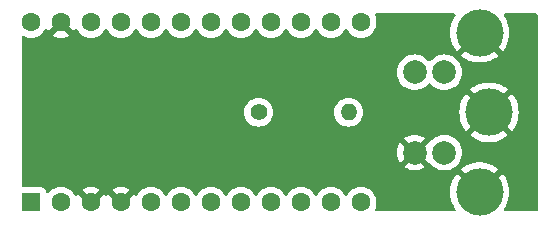
<source format=gbl>
%TF.GenerationSoftware,KiCad,Pcbnew,(6.0.4-0)*%
%TF.CreationDate,2022-04-07T00:05:43-04:00*%
%TF.ProjectId,adb-usb-converter,6164622d-7573-4622-9d63-6f6e76657274,rev?*%
%TF.SameCoordinates,Original*%
%TF.FileFunction,Copper,L2,Bot*%
%TF.FilePolarity,Positive*%
%FSLAX46Y46*%
G04 Gerber Fmt 4.6, Leading zero omitted, Abs format (unit mm)*
G04 Created by KiCad (PCBNEW (6.0.4-0)) date 2022-04-07 00:05:43*
%MOMM*%
%LPD*%
G01*
G04 APERTURE LIST*
%TA.AperFunction,ComponentPad*%
%ADD10C,2.000000*%
%TD*%
%TA.AperFunction,ComponentPad*%
%ADD11C,4.000000*%
%TD*%
%TA.AperFunction,ComponentPad*%
%ADD12C,1.600000*%
%TD*%
%TA.AperFunction,ComponentPad*%
%ADD13R,1.600000X1.600000*%
%TD*%
%TA.AperFunction,ComponentPad*%
%ADD14O,1.400000X1.400000*%
%TD*%
%TA.AperFunction,ComponentPad*%
%ADD15C,1.400000*%
%TD*%
G04 APERTURE END LIST*
D10*
%TO.P,J1,5*%
%TO.N,GND*%
X139450000Y-3400000D03*
%TO.P,J1,3*%
%TO.N,VCC*%
X139450000Y3400000D03*
%TO.P,J1,4*%
%TO.N,Net-(J1-Pad4)*%
X141950000Y-3400000D03*
%TO.P,J1,2*%
%TO.N,/ADB*%
X141950000Y3400000D03*
D11*
%TO.P,J1,1*%
%TO.N,GND*%
X145750000Y0D03*
X144950000Y-6750000D03*
X144950000Y6750000D03*
%TD*%
D12*
%TO.P,U1,24*%
%TO.N,Net-(U1-Pad24)*%
X106965001Y7620000D03*
%TO.P,U1,23*%
%TO.N,GND*%
X109505001Y7620000D03*
%TO.P,U1,22*%
%TO.N,Net-(U1-Pad22)*%
X112045001Y7620000D03*
%TO.P,U1,21*%
%TO.N,VCC*%
X114585001Y7620000D03*
%TO.P,U1,20*%
%TO.N,Net-(U1-Pad20)*%
X117125001Y7620000D03*
%TO.P,U1,19*%
%TO.N,Net-(U1-Pad19)*%
X119665001Y7620000D03*
%TO.P,U1,18*%
%TO.N,Net-(U1-Pad18)*%
X122205001Y7620000D03*
%TO.P,U1,17*%
%TO.N,Net-(U1-Pad17)*%
X124745001Y7620000D03*
%TO.P,U1,16*%
%TO.N,Net-(U1-Pad16)*%
X127285001Y7620000D03*
%TO.P,U1,15*%
%TO.N,Net-(U1-Pad15)*%
X129825001Y7620000D03*
%TO.P,U1,14*%
%TO.N,Net-(U1-Pad14)*%
X132365001Y7620000D03*
%TO.P,U1,13*%
%TO.N,Net-(U1-Pad13)*%
X134905001Y7620000D03*
%TO.P,U1,12*%
%TO.N,Net-(U1-Pad12)*%
X134905001Y-7620000D03*
%TO.P,U1,11*%
%TO.N,Net-(U1-Pad11)*%
X132365001Y-7620000D03*
%TO.P,U1,10*%
%TO.N,Net-(U1-Pad10)*%
X129825001Y-7620000D03*
%TO.P,U1,9*%
%TO.N,Net-(U1-Pad9)*%
X127285001Y-7620000D03*
%TO.P,U1,8*%
%TO.N,Net-(U1-Pad8)*%
X124745001Y-7620000D03*
%TO.P,U1,7*%
%TO.N,Net-(U1-Pad7)*%
X122205001Y-7620000D03*
%TO.P,U1,6*%
%TO.N,/ADB*%
X119665001Y-7620000D03*
%TO.P,U1,5*%
%TO.N,Net-(U1-Pad5)*%
X117125001Y-7620000D03*
%TO.P,U1,4*%
%TO.N,GND*%
X114585001Y-7620000D03*
%TO.P,U1,3*%
X112045001Y-7620000D03*
%TO.P,U1,2*%
%TO.N,Net-(U1-Pad2)*%
X109505001Y-7620000D03*
D13*
%TO.P,U1,1*%
%TO.N,Net-(U1-Pad1)*%
X106965001Y-7620000D03*
%TD*%
D14*
%TO.P,R1,2*%
%TO.N,/ADB*%
X133858000Y0D03*
D15*
%TO.P,R1,1*%
%TO.N,VCC*%
X126238000Y0D03*
%TD*%
%TA.AperFunction,Conductor*%
%TO.N,GND*%
G36*
X142853899Y8361498D02*
G01*
X142900392Y8307842D01*
X142910496Y8237568D01*
X142892163Y8187986D01*
X142750001Y7963974D01*
X142746189Y7957041D01*
X142615199Y7678672D01*
X142612284Y7671309D01*
X142517217Y7378723D01*
X142515246Y7371046D01*
X142457600Y7068855D01*
X142456607Y7060994D01*
X142437290Y6753958D01*
X142437290Y6746042D01*
X142456607Y6439006D01*
X142457600Y6431145D01*
X142515246Y6128954D01*
X142517217Y6121277D01*
X142612284Y5828691D01*
X142615199Y5821328D01*
X142746189Y5542959D01*
X142750001Y5536026D01*
X142914851Y5276264D01*
X142919495Y5269871D01*
X142994497Y5179210D01*
X143007014Y5170755D01*
X143017752Y5176962D01*
X144860905Y7020115D01*
X144923217Y7054141D01*
X144994032Y7049076D01*
X145039095Y7020115D01*
X146881145Y5178065D01*
X146894407Y5170823D01*
X146904512Y5178012D01*
X146980505Y5269871D01*
X146985149Y5276264D01*
X147149999Y5536026D01*
X147153811Y5542959D01*
X147284801Y5821328D01*
X147287716Y5828691D01*
X147382783Y6121277D01*
X147384754Y6128954D01*
X147442400Y6431145D01*
X147443393Y6439006D01*
X147462710Y6746042D01*
X147462710Y6753958D01*
X147443393Y7060994D01*
X147442400Y7068855D01*
X147384754Y7371046D01*
X147382783Y7378723D01*
X147287716Y7671309D01*
X147284801Y7678672D01*
X147153811Y7957041D01*
X147149999Y7963974D01*
X147007837Y8187986D01*
X146988224Y8256220D01*
X147008615Y8324225D01*
X147062535Y8370411D01*
X147114222Y8381500D01*
X149733500Y8381500D01*
X149801621Y8361498D01*
X149848114Y8307842D01*
X149859500Y8255500D01*
X149859500Y-8255500D01*
X149839498Y-8323621D01*
X149785842Y-8370114D01*
X149733500Y-8381500D01*
X147114222Y-8381500D01*
X147046101Y-8361498D01*
X146999608Y-8307842D01*
X146989504Y-8237568D01*
X147007837Y-8187986D01*
X147149999Y-7963974D01*
X147153811Y-7957041D01*
X147284801Y-7678672D01*
X147287716Y-7671309D01*
X147382783Y-7378723D01*
X147384754Y-7371046D01*
X147442400Y-7068855D01*
X147443393Y-7060994D01*
X147462710Y-6753958D01*
X147462710Y-6746042D01*
X147443393Y-6439006D01*
X147442400Y-6431145D01*
X147384754Y-6128954D01*
X147382783Y-6121277D01*
X147287716Y-5828691D01*
X147284801Y-5821328D01*
X147153811Y-5542959D01*
X147149999Y-5536026D01*
X146985149Y-5276264D01*
X146980505Y-5269871D01*
X146905503Y-5179210D01*
X146892986Y-5170755D01*
X146882248Y-5176962D01*
X145039095Y-7020115D01*
X144976783Y-7054141D01*
X144905968Y-7049076D01*
X144860905Y-7020115D01*
X143018855Y-5178065D01*
X143005593Y-5170823D01*
X142995488Y-5178012D01*
X142919495Y-5269871D01*
X142914851Y-5276264D01*
X142750001Y-5536026D01*
X142746189Y-5542959D01*
X142615199Y-5821328D01*
X142612284Y-5828691D01*
X142517217Y-6121277D01*
X142515246Y-6128954D01*
X142457600Y-6431145D01*
X142456607Y-6439006D01*
X142437290Y-6746042D01*
X142437290Y-6753958D01*
X142456607Y-7060994D01*
X142457600Y-7068855D01*
X142515246Y-7371046D01*
X142517217Y-7378723D01*
X142612284Y-7671309D01*
X142615199Y-7678672D01*
X142746189Y-7957041D01*
X142750001Y-7963974D01*
X142892163Y-8187986D01*
X142911776Y-8256220D01*
X142891385Y-8324225D01*
X142837465Y-8370411D01*
X142785778Y-8381500D01*
X136191458Y-8381500D01*
X136123337Y-8361498D01*
X136076844Y-8307842D01*
X136066740Y-8237568D01*
X136077263Y-8202250D01*
X136083915Y-8187986D01*
X136139285Y-8069243D01*
X136179523Y-7919076D01*
X136197120Y-7853402D01*
X136197120Y-7853400D01*
X136198544Y-7848087D01*
X136218499Y-7620000D01*
X136198544Y-7391913D01*
X136161982Y-7255461D01*
X136140708Y-7176067D01*
X136140707Y-7176065D01*
X136139285Y-7170757D01*
X136085149Y-7054661D01*
X136044850Y-6968238D01*
X136044847Y-6968233D01*
X136042524Y-6963251D01*
X135911199Y-6775700D01*
X135749301Y-6613802D01*
X135744793Y-6610645D01*
X135744790Y-6610643D01*
X135618921Y-6522509D01*
X135561750Y-6482477D01*
X135556768Y-6480154D01*
X135556763Y-6480151D01*
X135359226Y-6388039D01*
X135359225Y-6388039D01*
X135354244Y-6385716D01*
X135348936Y-6384294D01*
X135348934Y-6384293D01*
X135138403Y-6327881D01*
X135138401Y-6327881D01*
X135133088Y-6326457D01*
X134905001Y-6306502D01*
X134676914Y-6326457D01*
X134671601Y-6327881D01*
X134671599Y-6327881D01*
X134461068Y-6384293D01*
X134461066Y-6384294D01*
X134455758Y-6385716D01*
X134450777Y-6388039D01*
X134450776Y-6388039D01*
X134253239Y-6480151D01*
X134253234Y-6480154D01*
X134248252Y-6482477D01*
X134191081Y-6522509D01*
X134065212Y-6610643D01*
X134065209Y-6610645D01*
X134060701Y-6613802D01*
X133898803Y-6775700D01*
X133767478Y-6963251D01*
X133765155Y-6968233D01*
X133765152Y-6968238D01*
X133749196Y-7002457D01*
X133702279Y-7055742D01*
X133634002Y-7075203D01*
X133566042Y-7054661D01*
X133520806Y-7002457D01*
X133504850Y-6968238D01*
X133504847Y-6968233D01*
X133502524Y-6963251D01*
X133371199Y-6775700D01*
X133209301Y-6613802D01*
X133204793Y-6610645D01*
X133204790Y-6610643D01*
X133078921Y-6522509D01*
X133021750Y-6482477D01*
X133016768Y-6480154D01*
X133016763Y-6480151D01*
X132819226Y-6388039D01*
X132819225Y-6388039D01*
X132814244Y-6385716D01*
X132808936Y-6384294D01*
X132808934Y-6384293D01*
X132598403Y-6327881D01*
X132598401Y-6327881D01*
X132593088Y-6326457D01*
X132365001Y-6306502D01*
X132136914Y-6326457D01*
X132131601Y-6327881D01*
X132131599Y-6327881D01*
X131921068Y-6384293D01*
X131921066Y-6384294D01*
X131915758Y-6385716D01*
X131910777Y-6388039D01*
X131910776Y-6388039D01*
X131713239Y-6480151D01*
X131713234Y-6480154D01*
X131708252Y-6482477D01*
X131651081Y-6522509D01*
X131525212Y-6610643D01*
X131525209Y-6610645D01*
X131520701Y-6613802D01*
X131358803Y-6775700D01*
X131227478Y-6963251D01*
X131225155Y-6968233D01*
X131225152Y-6968238D01*
X131209196Y-7002457D01*
X131162279Y-7055742D01*
X131094002Y-7075203D01*
X131026042Y-7054661D01*
X130980806Y-7002457D01*
X130964850Y-6968238D01*
X130964847Y-6968233D01*
X130962524Y-6963251D01*
X130831199Y-6775700D01*
X130669301Y-6613802D01*
X130664793Y-6610645D01*
X130664790Y-6610643D01*
X130538921Y-6522509D01*
X130481750Y-6482477D01*
X130476768Y-6480154D01*
X130476763Y-6480151D01*
X130279226Y-6388039D01*
X130279225Y-6388039D01*
X130274244Y-6385716D01*
X130268936Y-6384294D01*
X130268934Y-6384293D01*
X130058403Y-6327881D01*
X130058401Y-6327881D01*
X130053088Y-6326457D01*
X129825001Y-6306502D01*
X129596914Y-6326457D01*
X129591601Y-6327881D01*
X129591599Y-6327881D01*
X129381068Y-6384293D01*
X129381066Y-6384294D01*
X129375758Y-6385716D01*
X129370777Y-6388039D01*
X129370776Y-6388039D01*
X129173239Y-6480151D01*
X129173234Y-6480154D01*
X129168252Y-6482477D01*
X129111081Y-6522509D01*
X128985212Y-6610643D01*
X128985209Y-6610645D01*
X128980701Y-6613802D01*
X128818803Y-6775700D01*
X128687478Y-6963251D01*
X128685155Y-6968233D01*
X128685152Y-6968238D01*
X128669196Y-7002457D01*
X128622279Y-7055742D01*
X128554002Y-7075203D01*
X128486042Y-7054661D01*
X128440806Y-7002457D01*
X128424850Y-6968238D01*
X128424847Y-6968233D01*
X128422524Y-6963251D01*
X128291199Y-6775700D01*
X128129301Y-6613802D01*
X128124793Y-6610645D01*
X128124790Y-6610643D01*
X127998921Y-6522509D01*
X127941750Y-6482477D01*
X127936768Y-6480154D01*
X127936763Y-6480151D01*
X127739226Y-6388039D01*
X127739225Y-6388039D01*
X127734244Y-6385716D01*
X127728936Y-6384294D01*
X127728934Y-6384293D01*
X127518403Y-6327881D01*
X127518401Y-6327881D01*
X127513088Y-6326457D01*
X127285001Y-6306502D01*
X127056914Y-6326457D01*
X127051601Y-6327881D01*
X127051599Y-6327881D01*
X126841068Y-6384293D01*
X126841066Y-6384294D01*
X126835758Y-6385716D01*
X126830777Y-6388039D01*
X126830776Y-6388039D01*
X126633239Y-6480151D01*
X126633234Y-6480154D01*
X126628252Y-6482477D01*
X126571081Y-6522509D01*
X126445212Y-6610643D01*
X126445209Y-6610645D01*
X126440701Y-6613802D01*
X126278803Y-6775700D01*
X126147478Y-6963251D01*
X126145155Y-6968233D01*
X126145152Y-6968238D01*
X126129196Y-7002457D01*
X126082279Y-7055742D01*
X126014002Y-7075203D01*
X125946042Y-7054661D01*
X125900806Y-7002457D01*
X125884850Y-6968238D01*
X125884847Y-6968233D01*
X125882524Y-6963251D01*
X125751199Y-6775700D01*
X125589301Y-6613802D01*
X125584793Y-6610645D01*
X125584790Y-6610643D01*
X125458921Y-6522509D01*
X125401750Y-6482477D01*
X125396768Y-6480154D01*
X125396763Y-6480151D01*
X125199226Y-6388039D01*
X125199225Y-6388039D01*
X125194244Y-6385716D01*
X125188936Y-6384294D01*
X125188934Y-6384293D01*
X124978403Y-6327881D01*
X124978401Y-6327881D01*
X124973088Y-6326457D01*
X124745001Y-6306502D01*
X124516914Y-6326457D01*
X124511601Y-6327881D01*
X124511599Y-6327881D01*
X124301068Y-6384293D01*
X124301066Y-6384294D01*
X124295758Y-6385716D01*
X124290777Y-6388039D01*
X124290776Y-6388039D01*
X124093239Y-6480151D01*
X124093234Y-6480154D01*
X124088252Y-6482477D01*
X124031081Y-6522509D01*
X123905212Y-6610643D01*
X123905209Y-6610645D01*
X123900701Y-6613802D01*
X123738803Y-6775700D01*
X123607478Y-6963251D01*
X123605155Y-6968233D01*
X123605152Y-6968238D01*
X123589196Y-7002457D01*
X123542279Y-7055742D01*
X123474002Y-7075203D01*
X123406042Y-7054661D01*
X123360806Y-7002457D01*
X123344850Y-6968238D01*
X123344847Y-6968233D01*
X123342524Y-6963251D01*
X123211199Y-6775700D01*
X123049301Y-6613802D01*
X123044793Y-6610645D01*
X123044790Y-6610643D01*
X122918921Y-6522509D01*
X122861750Y-6482477D01*
X122856768Y-6480154D01*
X122856763Y-6480151D01*
X122659226Y-6388039D01*
X122659225Y-6388039D01*
X122654244Y-6385716D01*
X122648936Y-6384294D01*
X122648934Y-6384293D01*
X122438403Y-6327881D01*
X122438401Y-6327881D01*
X122433088Y-6326457D01*
X122205001Y-6306502D01*
X121976914Y-6326457D01*
X121971601Y-6327881D01*
X121971599Y-6327881D01*
X121761068Y-6384293D01*
X121761066Y-6384294D01*
X121755758Y-6385716D01*
X121750777Y-6388039D01*
X121750776Y-6388039D01*
X121553239Y-6480151D01*
X121553234Y-6480154D01*
X121548252Y-6482477D01*
X121491081Y-6522509D01*
X121365212Y-6610643D01*
X121365209Y-6610645D01*
X121360701Y-6613802D01*
X121198803Y-6775700D01*
X121067478Y-6963251D01*
X121065155Y-6968233D01*
X121065152Y-6968238D01*
X121049196Y-7002457D01*
X121002279Y-7055742D01*
X120934002Y-7075203D01*
X120866042Y-7054661D01*
X120820806Y-7002457D01*
X120804850Y-6968238D01*
X120804847Y-6968233D01*
X120802524Y-6963251D01*
X120671199Y-6775700D01*
X120509301Y-6613802D01*
X120504793Y-6610645D01*
X120504790Y-6610643D01*
X120378921Y-6522509D01*
X120321750Y-6482477D01*
X120316768Y-6480154D01*
X120316763Y-6480151D01*
X120119226Y-6388039D01*
X120119225Y-6388039D01*
X120114244Y-6385716D01*
X120108936Y-6384294D01*
X120108934Y-6384293D01*
X119898403Y-6327881D01*
X119898401Y-6327881D01*
X119893088Y-6326457D01*
X119665001Y-6306502D01*
X119436914Y-6326457D01*
X119431601Y-6327881D01*
X119431599Y-6327881D01*
X119221068Y-6384293D01*
X119221066Y-6384294D01*
X119215758Y-6385716D01*
X119210777Y-6388039D01*
X119210776Y-6388039D01*
X119013239Y-6480151D01*
X119013234Y-6480154D01*
X119008252Y-6482477D01*
X118951081Y-6522509D01*
X118825212Y-6610643D01*
X118825209Y-6610645D01*
X118820701Y-6613802D01*
X118658803Y-6775700D01*
X118527478Y-6963251D01*
X118525155Y-6968233D01*
X118525152Y-6968238D01*
X118509196Y-7002457D01*
X118462279Y-7055742D01*
X118394002Y-7075203D01*
X118326042Y-7054661D01*
X118280806Y-7002457D01*
X118264850Y-6968238D01*
X118264847Y-6968233D01*
X118262524Y-6963251D01*
X118131199Y-6775700D01*
X117969301Y-6613802D01*
X117964793Y-6610645D01*
X117964790Y-6610643D01*
X117838921Y-6522509D01*
X117781750Y-6482477D01*
X117776768Y-6480154D01*
X117776763Y-6480151D01*
X117579226Y-6388039D01*
X117579225Y-6388039D01*
X117574244Y-6385716D01*
X117568936Y-6384294D01*
X117568934Y-6384293D01*
X117358403Y-6327881D01*
X117358401Y-6327881D01*
X117353088Y-6326457D01*
X117125001Y-6306502D01*
X116896914Y-6326457D01*
X116891601Y-6327881D01*
X116891599Y-6327881D01*
X116681068Y-6384293D01*
X116681066Y-6384294D01*
X116675758Y-6385716D01*
X116670777Y-6388039D01*
X116670776Y-6388039D01*
X116473239Y-6480151D01*
X116473234Y-6480154D01*
X116468252Y-6482477D01*
X116411081Y-6522509D01*
X116285212Y-6610643D01*
X116285209Y-6610645D01*
X116280701Y-6613802D01*
X116118803Y-6775700D01*
X115987478Y-6963251D01*
X115985155Y-6968233D01*
X115985152Y-6968238D01*
X115968920Y-7003049D01*
X115922003Y-7056334D01*
X115853726Y-7075795D01*
X115785766Y-7055253D01*
X115740530Y-7003049D01*
X115724415Y-6968489D01*
X115718932Y-6958994D01*
X115682492Y-6906952D01*
X115672013Y-6898576D01*
X115658567Y-6905644D01*
X114674096Y-7890115D01*
X114611784Y-7924141D01*
X114540969Y-7919076D01*
X114495906Y-7890115D01*
X113510714Y-6904923D01*
X113498939Y-6898493D01*
X113486924Y-6907789D01*
X113451070Y-6958994D01*
X113445587Y-6968489D01*
X113429196Y-7003641D01*
X113382279Y-7056926D01*
X113314002Y-7076387D01*
X113246042Y-7055845D01*
X113200806Y-7003641D01*
X113184415Y-6968489D01*
X113178932Y-6958994D01*
X113142492Y-6906952D01*
X113132013Y-6898576D01*
X113118567Y-6905644D01*
X112134096Y-7890115D01*
X112071784Y-7924141D01*
X112000969Y-7919076D01*
X111955906Y-7890115D01*
X110970714Y-6904923D01*
X110958939Y-6898493D01*
X110946924Y-6907789D01*
X110911070Y-6958994D01*
X110905587Y-6968489D01*
X110889472Y-7003049D01*
X110842555Y-7056334D01*
X110774278Y-7075795D01*
X110706318Y-7055253D01*
X110661082Y-7003049D01*
X110644850Y-6968238D01*
X110644847Y-6968233D01*
X110642524Y-6963251D01*
X110511199Y-6775700D01*
X110349301Y-6613802D01*
X110344793Y-6610645D01*
X110344790Y-6610643D01*
X110233887Y-6532988D01*
X111323577Y-6532988D01*
X111330645Y-6546434D01*
X112032189Y-7247978D01*
X112046133Y-7255592D01*
X112047966Y-7255461D01*
X112054581Y-7251210D01*
X112760078Y-6545713D01*
X112766508Y-6533938D01*
X112765773Y-6532988D01*
X113863577Y-6532988D01*
X113870645Y-6546434D01*
X114572189Y-7247978D01*
X114586133Y-7255592D01*
X114587966Y-7255461D01*
X114594581Y-7251210D01*
X115300078Y-6545713D01*
X115306508Y-6533938D01*
X115297212Y-6521923D01*
X115246007Y-6486069D01*
X115236512Y-6480586D01*
X115039054Y-6388510D01*
X115028762Y-6384764D01*
X114818313Y-6328375D01*
X114807520Y-6326472D01*
X114590476Y-6307483D01*
X114579526Y-6307483D01*
X114362482Y-6326472D01*
X114351689Y-6328375D01*
X114141240Y-6384764D01*
X114130948Y-6388510D01*
X113933490Y-6480586D01*
X113923995Y-6486069D01*
X113871953Y-6522509D01*
X113863577Y-6532988D01*
X112765773Y-6532988D01*
X112757212Y-6521923D01*
X112706007Y-6486069D01*
X112696512Y-6480586D01*
X112499054Y-6388510D01*
X112488762Y-6384764D01*
X112278313Y-6328375D01*
X112267520Y-6326472D01*
X112050476Y-6307483D01*
X112039526Y-6307483D01*
X111822482Y-6326472D01*
X111811689Y-6328375D01*
X111601240Y-6384764D01*
X111590948Y-6388510D01*
X111393490Y-6480586D01*
X111383995Y-6486069D01*
X111331953Y-6522509D01*
X111323577Y-6532988D01*
X110233887Y-6532988D01*
X110218921Y-6522509D01*
X110161750Y-6482477D01*
X110156768Y-6480154D01*
X110156763Y-6480151D01*
X109959226Y-6388039D01*
X109959225Y-6388039D01*
X109954244Y-6385716D01*
X109948936Y-6384294D01*
X109948934Y-6384293D01*
X109738403Y-6327881D01*
X109738401Y-6327881D01*
X109733088Y-6326457D01*
X109505001Y-6306502D01*
X109276914Y-6326457D01*
X109271601Y-6327881D01*
X109271599Y-6327881D01*
X109061068Y-6384293D01*
X109061066Y-6384294D01*
X109055758Y-6385716D01*
X109050777Y-6388039D01*
X109050776Y-6388039D01*
X108853239Y-6480151D01*
X108853234Y-6480154D01*
X108848252Y-6482477D01*
X108791081Y-6522509D01*
X108665212Y-6610643D01*
X108665209Y-6610645D01*
X108660701Y-6613802D01*
X108498803Y-6775700D01*
X108495644Y-6780211D01*
X108492109Y-6784424D01*
X108490975Y-6783473D01*
X108440930Y-6823471D01*
X108370311Y-6830776D01*
X108306952Y-6798742D01*
X108270971Y-6737538D01*
X108267919Y-6720483D01*
X108266746Y-6709684D01*
X108215616Y-6573295D01*
X108128262Y-6456739D01*
X108011706Y-6369385D01*
X107875317Y-6318255D01*
X107813135Y-6311500D01*
X106298500Y-6311500D01*
X106230379Y-6291498D01*
X106183886Y-6237842D01*
X106172500Y-6185500D01*
X106172500Y-4632670D01*
X138582160Y-4632670D01*
X138587887Y-4640320D01*
X138759042Y-4745205D01*
X138767837Y-4749687D01*
X138977988Y-4836734D01*
X138987373Y-4839783D01*
X139208554Y-4892885D01*
X139218301Y-4894428D01*
X139445070Y-4912275D01*
X139454930Y-4912275D01*
X139681699Y-4894428D01*
X139691446Y-4892885D01*
X139912627Y-4839783D01*
X139922012Y-4836734D01*
X140132163Y-4749687D01*
X140140958Y-4745205D01*
X140308445Y-4642568D01*
X140317907Y-4632110D01*
X140314124Y-4623334D01*
X139462812Y-3772022D01*
X139448868Y-3764408D01*
X139447035Y-3764539D01*
X139440420Y-3768790D01*
X138588920Y-4620290D01*
X138582160Y-4632670D01*
X106172500Y-4632670D01*
X106172500Y-3404930D01*
X137937725Y-3404930D01*
X137955572Y-3631699D01*
X137957115Y-3641446D01*
X138010217Y-3862627D01*
X138013266Y-3872012D01*
X138100313Y-4082163D01*
X138104795Y-4090958D01*
X138207432Y-4258445D01*
X138217890Y-4267907D01*
X138226666Y-4264124D01*
X139077978Y-3412812D01*
X139084356Y-3401132D01*
X139814408Y-3401132D01*
X139814539Y-3402965D01*
X139818790Y-3409580D01*
X140670290Y-4261080D01*
X140708648Y-4282026D01*
X140744072Y-4310782D01*
X140787383Y-4361492D01*
X140880031Y-4469969D01*
X141060584Y-4624176D01*
X141064792Y-4626755D01*
X141064798Y-4626759D01*
X141258084Y-4745205D01*
X141263037Y-4748240D01*
X141267607Y-4750133D01*
X141267611Y-4750135D01*
X141477833Y-4837211D01*
X141482406Y-4839105D01*
X141562609Y-4858360D01*
X141708476Y-4893380D01*
X141708482Y-4893381D01*
X141713289Y-4894535D01*
X141950000Y-4913165D01*
X142186711Y-4894535D01*
X142191518Y-4893381D01*
X142191524Y-4893380D01*
X142337391Y-4858360D01*
X142417594Y-4839105D01*
X142422167Y-4837211D01*
X142503343Y-4803587D01*
X143368754Y-4803587D01*
X143375658Y-4816448D01*
X144937188Y-6377978D01*
X144951132Y-6385592D01*
X144952965Y-6385461D01*
X144959580Y-6381210D01*
X146524666Y-4816124D01*
X146531279Y-4804013D01*
X146522452Y-4792395D01*
X146299719Y-4630570D01*
X146293039Y-4626330D01*
X146023428Y-4478110D01*
X146016293Y-4474753D01*
X145730230Y-4361492D01*
X145722704Y-4359047D01*
X145424721Y-4282538D01*
X145416950Y-4281055D01*
X145111722Y-4242497D01*
X145103831Y-4242000D01*
X144796169Y-4242000D01*
X144788278Y-4242497D01*
X144483050Y-4281055D01*
X144475279Y-4282538D01*
X144177296Y-4359047D01*
X144169770Y-4361492D01*
X143883707Y-4474753D01*
X143876572Y-4478110D01*
X143606961Y-4626330D01*
X143600281Y-4630570D01*
X143377177Y-4792664D01*
X143368754Y-4803587D01*
X142503343Y-4803587D01*
X142632389Y-4750135D01*
X142632393Y-4750133D01*
X142636963Y-4748240D01*
X142641916Y-4745205D01*
X142835202Y-4626759D01*
X142835208Y-4626755D01*
X142839416Y-4624176D01*
X143019969Y-4469969D01*
X143174176Y-4289416D01*
X143176755Y-4285208D01*
X143176759Y-4285202D01*
X143295654Y-4091183D01*
X143298240Y-4086963D01*
X143300229Y-4082163D01*
X143387211Y-3872167D01*
X143387212Y-3872165D01*
X143389105Y-3867594D01*
X143444535Y-3636711D01*
X143463165Y-3400000D01*
X143444535Y-3163289D01*
X143389105Y-2932406D01*
X143387211Y-2927833D01*
X143300135Y-2717611D01*
X143300133Y-2717607D01*
X143298240Y-2713037D01*
X143295654Y-2708817D01*
X143176759Y-2514798D01*
X143176755Y-2514792D01*
X143174176Y-2510584D01*
X143019969Y-2330031D01*
X142839416Y-2175824D01*
X142835208Y-2173245D01*
X142835202Y-2173241D01*
X142641183Y-2054346D01*
X142636963Y-2051760D01*
X142632393Y-2049867D01*
X142632389Y-2049865D01*
X142422167Y-1962789D01*
X142422165Y-1962788D01*
X142417594Y-1960895D01*
X142355498Y-1945987D01*
X144168721Y-1945987D01*
X144177548Y-1957605D01*
X144400281Y-2119430D01*
X144406961Y-2123670D01*
X144676572Y-2271890D01*
X144683707Y-2275247D01*
X144969770Y-2388508D01*
X144977296Y-2390953D01*
X145275279Y-2467462D01*
X145283050Y-2468945D01*
X145588278Y-2507503D01*
X145596169Y-2508000D01*
X145903831Y-2508000D01*
X145911722Y-2507503D01*
X146216950Y-2468945D01*
X146224721Y-2467462D01*
X146522704Y-2390953D01*
X146530230Y-2388508D01*
X146816293Y-2275247D01*
X146823428Y-2271890D01*
X147093039Y-2123670D01*
X147099719Y-2119430D01*
X147322823Y-1957336D01*
X147331246Y-1946413D01*
X147324342Y-1933552D01*
X145762812Y-372022D01*
X145748868Y-364408D01*
X145747035Y-364539D01*
X145740420Y-368790D01*
X144175334Y-1933876D01*
X144168721Y-1945987D01*
X142355498Y-1945987D01*
X142303702Y-1933552D01*
X142191524Y-1906620D01*
X142191518Y-1906619D01*
X142186711Y-1905465D01*
X141950000Y-1886835D01*
X141713289Y-1905465D01*
X141708482Y-1906619D01*
X141708476Y-1906620D01*
X141596298Y-1933552D01*
X141482406Y-1960895D01*
X141477835Y-1962788D01*
X141477833Y-1962789D01*
X141267611Y-2049865D01*
X141267607Y-2049867D01*
X141263037Y-2051760D01*
X141258817Y-2054346D01*
X141064798Y-2173241D01*
X141064792Y-2173245D01*
X141060584Y-2175824D01*
X140880031Y-2330031D01*
X140876823Y-2333787D01*
X140741247Y-2492526D01*
X140695314Y-2526402D01*
X140673332Y-2535878D01*
X139822022Y-3387188D01*
X139814408Y-3401132D01*
X139084356Y-3401132D01*
X139085592Y-3398868D01*
X139085461Y-3397035D01*
X139081210Y-3390420D01*
X138229710Y-2538920D01*
X138217330Y-2532160D01*
X138209680Y-2537887D01*
X138104795Y-2709042D01*
X138100313Y-2717837D01*
X138013266Y-2927988D01*
X138010217Y-2937373D01*
X137957115Y-3158554D01*
X137955572Y-3168301D01*
X137937725Y-3395070D01*
X137937725Y-3404930D01*
X106172500Y-3404930D01*
X106172500Y-2167890D01*
X138582093Y-2167890D01*
X138585876Y-2176666D01*
X139437188Y-3027978D01*
X139451132Y-3035592D01*
X139452965Y-3035461D01*
X139459580Y-3031210D01*
X140311080Y-2179710D01*
X140317840Y-2167330D01*
X140312113Y-2159680D01*
X140140958Y-2054795D01*
X140132163Y-2050313D01*
X139922012Y-1963266D01*
X139912627Y-1960217D01*
X139691446Y-1907115D01*
X139681699Y-1905572D01*
X139454930Y-1887725D01*
X139445070Y-1887725D01*
X139218301Y-1905572D01*
X139208554Y-1907115D01*
X138987373Y-1960217D01*
X138977988Y-1963266D01*
X138767837Y-2050313D01*
X138759042Y-2054795D01*
X138591555Y-2157432D01*
X138582093Y-2167890D01*
X106172500Y-2167890D01*
X106172500Y0D01*
X125024884Y0D01*
X125043314Y-210655D01*
X125098044Y-414910D01*
X125187411Y-606558D01*
X125308699Y-779776D01*
X125458224Y-929301D01*
X125631442Y-1050589D01*
X125636420Y-1052910D01*
X125636423Y-1052912D01*
X125818108Y-1137633D01*
X125823090Y-1139956D01*
X125828398Y-1141378D01*
X125828400Y-1141379D01*
X126022030Y-1193262D01*
X126022032Y-1193262D01*
X126027345Y-1194686D01*
X126238000Y-1213116D01*
X126448655Y-1194686D01*
X126453968Y-1193262D01*
X126453970Y-1193262D01*
X126647600Y-1141379D01*
X126647602Y-1141378D01*
X126652910Y-1139956D01*
X126657892Y-1137633D01*
X126839577Y-1052912D01*
X126839580Y-1052910D01*
X126844558Y-1050589D01*
X127017776Y-929301D01*
X127167301Y-779776D01*
X127288589Y-606558D01*
X127377956Y-414910D01*
X127432686Y-210655D01*
X127451116Y0D01*
X132644884Y0D01*
X132663314Y-210655D01*
X132718044Y-414910D01*
X132807411Y-606558D01*
X132928699Y-779776D01*
X133078224Y-929301D01*
X133251442Y-1050589D01*
X133256420Y-1052910D01*
X133256423Y-1052912D01*
X133438108Y-1137633D01*
X133443090Y-1139956D01*
X133448398Y-1141378D01*
X133448400Y-1141379D01*
X133642030Y-1193262D01*
X133642032Y-1193262D01*
X133647345Y-1194686D01*
X133858000Y-1213116D01*
X134068655Y-1194686D01*
X134073968Y-1193262D01*
X134073970Y-1193262D01*
X134267600Y-1141379D01*
X134267602Y-1141378D01*
X134272910Y-1139956D01*
X134277892Y-1137633D01*
X134459577Y-1052912D01*
X134459580Y-1052910D01*
X134464558Y-1050589D01*
X134637776Y-929301D01*
X134787301Y-779776D01*
X134908589Y-606558D01*
X134997956Y-414910D01*
X135052686Y-210655D01*
X135070770Y-3958D01*
X143237290Y-3958D01*
X143256607Y-310994D01*
X143257600Y-318855D01*
X143315246Y-621046D01*
X143317217Y-628723D01*
X143412284Y-921309D01*
X143415199Y-928672D01*
X143546189Y-1207041D01*
X143550001Y-1213974D01*
X143714851Y-1473736D01*
X143719495Y-1480129D01*
X143794497Y-1570790D01*
X143807014Y-1579245D01*
X143817752Y-1573038D01*
X145377978Y-12812D01*
X145384356Y-1132D01*
X146114408Y-1132D01*
X146114539Y-2965D01*
X146118790Y-9580D01*
X147681145Y-1571935D01*
X147694407Y-1579177D01*
X147704512Y-1571988D01*
X147780505Y-1480129D01*
X147785149Y-1473736D01*
X147949999Y-1213974D01*
X147953811Y-1207041D01*
X148084801Y-928672D01*
X148087716Y-921309D01*
X148182783Y-628723D01*
X148184754Y-621046D01*
X148242400Y-318855D01*
X148243393Y-310994D01*
X148262710Y-3958D01*
X148262710Y3958D01*
X148243393Y310994D01*
X148242400Y318855D01*
X148184754Y621046D01*
X148182783Y628723D01*
X148087716Y921309D01*
X148084801Y928672D01*
X147953811Y1207041D01*
X147949999Y1213974D01*
X147785149Y1473736D01*
X147780505Y1480129D01*
X147705503Y1570790D01*
X147692986Y1579245D01*
X147682248Y1573038D01*
X146122022Y12812D01*
X146114408Y-1132D01*
X145384356Y-1132D01*
X145385592Y1132D01*
X145385461Y2965D01*
X145381210Y9580D01*
X143818855Y1571935D01*
X143805593Y1579177D01*
X143795488Y1571988D01*
X143719495Y1480129D01*
X143714851Y1473736D01*
X143550001Y1213974D01*
X143546189Y1207041D01*
X143415199Y928672D01*
X143412284Y921309D01*
X143317217Y628723D01*
X143315246Y621046D01*
X143257600Y318855D01*
X143256607Y310994D01*
X143237290Y3958D01*
X143237290Y-3958D01*
X135070770Y-3958D01*
X135071116Y0D01*
X135052686Y210655D01*
X134997956Y414910D01*
X134908589Y606558D01*
X134787301Y779776D01*
X134637776Y929301D01*
X134464558Y1050589D01*
X134459580Y1052910D01*
X134459577Y1052912D01*
X134277892Y1137633D01*
X134277891Y1137634D01*
X134272910Y1139956D01*
X134267602Y1141378D01*
X134267600Y1141379D01*
X134073970Y1193262D01*
X134073968Y1193262D01*
X134068655Y1194686D01*
X133858000Y1213116D01*
X133647345Y1194686D01*
X133642032Y1193262D01*
X133642030Y1193262D01*
X133448400Y1141379D01*
X133448398Y1141378D01*
X133443090Y1139956D01*
X133438109Y1137634D01*
X133438108Y1137633D01*
X133256423Y1052912D01*
X133256420Y1052910D01*
X133251442Y1050589D01*
X133078224Y929301D01*
X132928699Y779776D01*
X132807411Y606558D01*
X132718044Y414910D01*
X132663314Y210655D01*
X132644884Y0D01*
X127451116Y0D01*
X127432686Y210655D01*
X127377956Y414910D01*
X127288589Y606558D01*
X127167301Y779776D01*
X127017776Y929301D01*
X126844558Y1050589D01*
X126839580Y1052910D01*
X126839577Y1052912D01*
X126657892Y1137633D01*
X126657891Y1137634D01*
X126652910Y1139956D01*
X126647602Y1141378D01*
X126647600Y1141379D01*
X126453970Y1193262D01*
X126453968Y1193262D01*
X126448655Y1194686D01*
X126238000Y1213116D01*
X126027345Y1194686D01*
X126022032Y1193262D01*
X126022030Y1193262D01*
X125828400Y1141379D01*
X125828398Y1141378D01*
X125823090Y1139956D01*
X125818109Y1137634D01*
X125818108Y1137633D01*
X125636423Y1052912D01*
X125636420Y1052910D01*
X125631442Y1050589D01*
X125458224Y929301D01*
X125308699Y779776D01*
X125187411Y606558D01*
X125098044Y414910D01*
X125043314Y210655D01*
X125024884Y0D01*
X106172500Y0D01*
X106172500Y3400000D01*
X137936835Y3400000D01*
X137955465Y3163289D01*
X138010895Y2932406D01*
X138101760Y2713037D01*
X138104346Y2708817D01*
X138223241Y2514798D01*
X138223245Y2514792D01*
X138225824Y2510584D01*
X138380031Y2330031D01*
X138560584Y2175824D01*
X138564792Y2173245D01*
X138564798Y2173241D01*
X138645691Y2123670D01*
X138763037Y2051760D01*
X138767607Y2049867D01*
X138767611Y2049865D01*
X138977833Y1962789D01*
X138982406Y1960895D01*
X139062609Y1941640D01*
X139208476Y1906620D01*
X139208482Y1906619D01*
X139213289Y1905465D01*
X139450000Y1886835D01*
X139686711Y1905465D01*
X139691518Y1906619D01*
X139691524Y1906620D01*
X139837391Y1941640D01*
X139917594Y1960895D01*
X139922167Y1962789D01*
X140132389Y2049865D01*
X140132393Y2049867D01*
X140136963Y2051760D01*
X140254309Y2123670D01*
X140335202Y2173241D01*
X140335208Y2173245D01*
X140339416Y2175824D01*
X140519969Y2330031D01*
X140523177Y2333787D01*
X140523182Y2333792D01*
X140604189Y2428639D01*
X140663639Y2467449D01*
X140734634Y2467955D01*
X140795811Y2428639D01*
X140876818Y2333792D01*
X140876823Y2333787D01*
X140880031Y2330031D01*
X141060584Y2175824D01*
X141064792Y2173245D01*
X141064798Y2173241D01*
X141145691Y2123670D01*
X141263037Y2051760D01*
X141267607Y2049867D01*
X141267611Y2049865D01*
X141477833Y1962789D01*
X141482406Y1960895D01*
X141562609Y1941640D01*
X141708476Y1906620D01*
X141708482Y1906619D01*
X141713289Y1905465D01*
X141950000Y1886835D01*
X142186711Y1905465D01*
X142191518Y1906619D01*
X142191524Y1906620D01*
X142337391Y1941640D01*
X142357272Y1946413D01*
X144168754Y1946413D01*
X144175658Y1933552D01*
X145737188Y372022D01*
X145751132Y364408D01*
X145752965Y364539D01*
X145759580Y368790D01*
X147324666Y1933876D01*
X147331279Y1945987D01*
X147322452Y1957605D01*
X147099719Y2119430D01*
X147093039Y2123670D01*
X146823428Y2271890D01*
X146816293Y2275247D01*
X146530230Y2388508D01*
X146522704Y2390953D01*
X146224721Y2467462D01*
X146216950Y2468945D01*
X145911722Y2507503D01*
X145903831Y2508000D01*
X145596169Y2508000D01*
X145588278Y2507503D01*
X145283050Y2468945D01*
X145275279Y2467462D01*
X144977296Y2390953D01*
X144969770Y2388508D01*
X144683707Y2275247D01*
X144676572Y2271890D01*
X144406961Y2123670D01*
X144400281Y2119430D01*
X144177177Y1957336D01*
X144168754Y1946413D01*
X142357272Y1946413D01*
X142417594Y1960895D01*
X142422167Y1962789D01*
X142632389Y2049865D01*
X142632393Y2049867D01*
X142636963Y2051760D01*
X142754309Y2123670D01*
X142835202Y2173241D01*
X142835208Y2173245D01*
X142839416Y2175824D01*
X143019969Y2330031D01*
X143174176Y2510584D01*
X143176755Y2514792D01*
X143176759Y2514798D01*
X143295654Y2708817D01*
X143298240Y2713037D01*
X143389105Y2932406D01*
X143444535Y3163289D01*
X143463165Y3400000D01*
X143444535Y3636711D01*
X143389105Y3867594D01*
X143298240Y4086963D01*
X143203233Y4242000D01*
X143176759Y4285202D01*
X143176755Y4285208D01*
X143174176Y4289416D01*
X143019969Y4469969D01*
X142839416Y4624176D01*
X142835208Y4626755D01*
X142835202Y4626759D01*
X142641183Y4745654D01*
X142636963Y4748240D01*
X142632393Y4750133D01*
X142632389Y4750135D01*
X142502315Y4804013D01*
X143368721Y4804013D01*
X143377548Y4792395D01*
X143600281Y4630570D01*
X143606961Y4626330D01*
X143876572Y4478110D01*
X143883707Y4474753D01*
X144169770Y4361492D01*
X144177296Y4359047D01*
X144475279Y4282538D01*
X144483050Y4281055D01*
X144788278Y4242497D01*
X144796169Y4242000D01*
X145103831Y4242000D01*
X145111722Y4242497D01*
X145416950Y4281055D01*
X145424721Y4282538D01*
X145722704Y4359047D01*
X145730230Y4361492D01*
X146016293Y4474753D01*
X146023428Y4478110D01*
X146293039Y4626330D01*
X146299719Y4630570D01*
X146522823Y4792664D01*
X146531246Y4803587D01*
X146524342Y4816448D01*
X144962812Y6377978D01*
X144948868Y6385592D01*
X144947035Y6385461D01*
X144940420Y6381210D01*
X143375334Y4816124D01*
X143368721Y4804013D01*
X142502315Y4804013D01*
X142422167Y4837211D01*
X142422165Y4837212D01*
X142417594Y4839105D01*
X142337391Y4858360D01*
X142191524Y4893380D01*
X142191518Y4893381D01*
X142186711Y4894535D01*
X141950000Y4913165D01*
X141713289Y4894535D01*
X141708482Y4893381D01*
X141708476Y4893380D01*
X141562609Y4858360D01*
X141482406Y4839105D01*
X141477835Y4837212D01*
X141477833Y4837211D01*
X141267611Y4750135D01*
X141267607Y4750133D01*
X141263037Y4748240D01*
X141258817Y4745654D01*
X141064798Y4626759D01*
X141064792Y4626755D01*
X141060584Y4624176D01*
X140880031Y4469969D01*
X140876823Y4466213D01*
X140876818Y4466208D01*
X140795811Y4371361D01*
X140736361Y4332551D01*
X140665366Y4332045D01*
X140604189Y4371361D01*
X140523182Y4466208D01*
X140523177Y4466213D01*
X140519969Y4469969D01*
X140339416Y4624176D01*
X140335208Y4626755D01*
X140335202Y4626759D01*
X140141183Y4745654D01*
X140136963Y4748240D01*
X140132393Y4750133D01*
X140132389Y4750135D01*
X139922167Y4837211D01*
X139922165Y4837212D01*
X139917594Y4839105D01*
X139837391Y4858360D01*
X139691524Y4893380D01*
X139691518Y4893381D01*
X139686711Y4894535D01*
X139450000Y4913165D01*
X139213289Y4894535D01*
X139208482Y4893381D01*
X139208476Y4893380D01*
X139062609Y4858360D01*
X138982406Y4839105D01*
X138977835Y4837212D01*
X138977833Y4837211D01*
X138767611Y4750135D01*
X138767607Y4750133D01*
X138763037Y4748240D01*
X138758817Y4745654D01*
X138564798Y4626759D01*
X138564792Y4626755D01*
X138560584Y4624176D01*
X138380031Y4469969D01*
X138225824Y4289416D01*
X138223245Y4285208D01*
X138223241Y4285202D01*
X138196767Y4242000D01*
X138101760Y4086963D01*
X138010895Y3867594D01*
X137955465Y3636711D01*
X137936835Y3400000D01*
X106172500Y3400000D01*
X106172500Y6347999D01*
X106192502Y6416120D01*
X106246158Y6462613D01*
X106316432Y6472717D01*
X106351748Y6462195D01*
X106515758Y6385716D01*
X106521066Y6384294D01*
X106521068Y6384293D01*
X106731599Y6327881D01*
X106731601Y6327881D01*
X106736914Y6326457D01*
X106965001Y6306502D01*
X107193088Y6326457D01*
X107198401Y6327881D01*
X107198403Y6327881D01*
X107408934Y6384293D01*
X107408936Y6384294D01*
X107414244Y6385716D01*
X107420236Y6388510D01*
X107616763Y6480151D01*
X107616768Y6480154D01*
X107621750Y6482477D01*
X107695244Y6533938D01*
X108783494Y6533938D01*
X108792790Y6521923D01*
X108843995Y6486069D01*
X108853490Y6480586D01*
X109050948Y6388510D01*
X109061240Y6384764D01*
X109271689Y6328375D01*
X109282482Y6326472D01*
X109499526Y6307483D01*
X109510476Y6307483D01*
X109727520Y6326472D01*
X109738313Y6328375D01*
X109948762Y6384764D01*
X109959054Y6388510D01*
X110156512Y6480586D01*
X110166007Y6486069D01*
X110218049Y6522509D01*
X110226425Y6532988D01*
X110219357Y6546434D01*
X109517813Y7247978D01*
X109503869Y7255592D01*
X109502036Y7255461D01*
X109495421Y7251210D01*
X108789924Y6545713D01*
X108783494Y6533938D01*
X107695244Y6533938D01*
X107757502Y6577532D01*
X107804790Y6610643D01*
X107804793Y6610645D01*
X107809301Y6613802D01*
X107971199Y6775700D01*
X108102524Y6963251D01*
X108104847Y6968233D01*
X108104850Y6968238D01*
X108121082Y7003049D01*
X108167999Y7056334D01*
X108236276Y7075795D01*
X108304236Y7055253D01*
X108349472Y7003049D01*
X108365587Y6968489D01*
X108371070Y6958994D01*
X108407510Y6906952D01*
X108417989Y6898576D01*
X108431435Y6905644D01*
X109415906Y7890115D01*
X109478218Y7924141D01*
X109549033Y7919076D01*
X109594096Y7890115D01*
X110579288Y6904923D01*
X110591063Y6898493D01*
X110603078Y6907789D01*
X110638932Y6958994D01*
X110644415Y6968489D01*
X110660530Y7003049D01*
X110707447Y7056334D01*
X110775724Y7075795D01*
X110843684Y7055253D01*
X110888920Y7003049D01*
X110905152Y6968238D01*
X110905155Y6968233D01*
X110907478Y6963251D01*
X111038803Y6775700D01*
X111200701Y6613802D01*
X111205209Y6610645D01*
X111205212Y6610643D01*
X111252500Y6577532D01*
X111388252Y6482477D01*
X111393234Y6480154D01*
X111393239Y6480151D01*
X111589766Y6388510D01*
X111595758Y6385716D01*
X111601066Y6384294D01*
X111601068Y6384293D01*
X111811599Y6327881D01*
X111811601Y6327881D01*
X111816914Y6326457D01*
X112045001Y6306502D01*
X112273088Y6326457D01*
X112278401Y6327881D01*
X112278403Y6327881D01*
X112488934Y6384293D01*
X112488936Y6384294D01*
X112494244Y6385716D01*
X112500236Y6388510D01*
X112696763Y6480151D01*
X112696768Y6480154D01*
X112701750Y6482477D01*
X112837502Y6577532D01*
X112884790Y6610643D01*
X112884793Y6610645D01*
X112889301Y6613802D01*
X113051199Y6775700D01*
X113182524Y6963251D01*
X113184847Y6968233D01*
X113184850Y6968238D01*
X113200806Y7002457D01*
X113247723Y7055742D01*
X113316000Y7075203D01*
X113383960Y7054661D01*
X113429196Y7002457D01*
X113445152Y6968238D01*
X113445155Y6968233D01*
X113447478Y6963251D01*
X113578803Y6775700D01*
X113740701Y6613802D01*
X113745209Y6610645D01*
X113745212Y6610643D01*
X113792500Y6577532D01*
X113928252Y6482477D01*
X113933234Y6480154D01*
X113933239Y6480151D01*
X114129766Y6388510D01*
X114135758Y6385716D01*
X114141066Y6384294D01*
X114141068Y6384293D01*
X114351599Y6327881D01*
X114351601Y6327881D01*
X114356914Y6326457D01*
X114585001Y6306502D01*
X114813088Y6326457D01*
X114818401Y6327881D01*
X114818403Y6327881D01*
X115028934Y6384293D01*
X115028936Y6384294D01*
X115034244Y6385716D01*
X115040236Y6388510D01*
X115236763Y6480151D01*
X115236768Y6480154D01*
X115241750Y6482477D01*
X115377502Y6577532D01*
X115424790Y6610643D01*
X115424793Y6610645D01*
X115429301Y6613802D01*
X115591199Y6775700D01*
X115722524Y6963251D01*
X115724847Y6968233D01*
X115724850Y6968238D01*
X115740806Y7002457D01*
X115787723Y7055742D01*
X115856000Y7075203D01*
X115923960Y7054661D01*
X115969196Y7002457D01*
X115985152Y6968238D01*
X115985155Y6968233D01*
X115987478Y6963251D01*
X116118803Y6775700D01*
X116280701Y6613802D01*
X116285209Y6610645D01*
X116285212Y6610643D01*
X116332500Y6577532D01*
X116468252Y6482477D01*
X116473234Y6480154D01*
X116473239Y6480151D01*
X116669766Y6388510D01*
X116675758Y6385716D01*
X116681066Y6384294D01*
X116681068Y6384293D01*
X116891599Y6327881D01*
X116891601Y6327881D01*
X116896914Y6326457D01*
X117125001Y6306502D01*
X117353088Y6326457D01*
X117358401Y6327881D01*
X117358403Y6327881D01*
X117568934Y6384293D01*
X117568936Y6384294D01*
X117574244Y6385716D01*
X117580236Y6388510D01*
X117776763Y6480151D01*
X117776768Y6480154D01*
X117781750Y6482477D01*
X117917502Y6577532D01*
X117964790Y6610643D01*
X117964793Y6610645D01*
X117969301Y6613802D01*
X118131199Y6775700D01*
X118262524Y6963251D01*
X118264847Y6968233D01*
X118264850Y6968238D01*
X118280806Y7002457D01*
X118327723Y7055742D01*
X118396000Y7075203D01*
X118463960Y7054661D01*
X118509196Y7002457D01*
X118525152Y6968238D01*
X118525155Y6968233D01*
X118527478Y6963251D01*
X118658803Y6775700D01*
X118820701Y6613802D01*
X118825209Y6610645D01*
X118825212Y6610643D01*
X118872500Y6577532D01*
X119008252Y6482477D01*
X119013234Y6480154D01*
X119013239Y6480151D01*
X119209766Y6388510D01*
X119215758Y6385716D01*
X119221066Y6384294D01*
X119221068Y6384293D01*
X119431599Y6327881D01*
X119431601Y6327881D01*
X119436914Y6326457D01*
X119665001Y6306502D01*
X119893088Y6326457D01*
X119898401Y6327881D01*
X119898403Y6327881D01*
X120108934Y6384293D01*
X120108936Y6384294D01*
X120114244Y6385716D01*
X120120236Y6388510D01*
X120316763Y6480151D01*
X120316768Y6480154D01*
X120321750Y6482477D01*
X120457502Y6577532D01*
X120504790Y6610643D01*
X120504793Y6610645D01*
X120509301Y6613802D01*
X120671199Y6775700D01*
X120802524Y6963251D01*
X120804847Y6968233D01*
X120804850Y6968238D01*
X120820806Y7002457D01*
X120867723Y7055742D01*
X120936000Y7075203D01*
X121003960Y7054661D01*
X121049196Y7002457D01*
X121065152Y6968238D01*
X121065155Y6968233D01*
X121067478Y6963251D01*
X121198803Y6775700D01*
X121360701Y6613802D01*
X121365209Y6610645D01*
X121365212Y6610643D01*
X121412500Y6577532D01*
X121548252Y6482477D01*
X121553234Y6480154D01*
X121553239Y6480151D01*
X121749766Y6388510D01*
X121755758Y6385716D01*
X121761066Y6384294D01*
X121761068Y6384293D01*
X121971599Y6327881D01*
X121971601Y6327881D01*
X121976914Y6326457D01*
X122205001Y6306502D01*
X122433088Y6326457D01*
X122438401Y6327881D01*
X122438403Y6327881D01*
X122648934Y6384293D01*
X122648936Y6384294D01*
X122654244Y6385716D01*
X122660236Y6388510D01*
X122856763Y6480151D01*
X122856768Y6480154D01*
X122861750Y6482477D01*
X122997502Y6577532D01*
X123044790Y6610643D01*
X123044793Y6610645D01*
X123049301Y6613802D01*
X123211199Y6775700D01*
X123342524Y6963251D01*
X123344847Y6968233D01*
X123344850Y6968238D01*
X123360806Y7002457D01*
X123407723Y7055742D01*
X123476000Y7075203D01*
X123543960Y7054661D01*
X123589196Y7002457D01*
X123605152Y6968238D01*
X123605155Y6968233D01*
X123607478Y6963251D01*
X123738803Y6775700D01*
X123900701Y6613802D01*
X123905209Y6610645D01*
X123905212Y6610643D01*
X123952500Y6577532D01*
X124088252Y6482477D01*
X124093234Y6480154D01*
X124093239Y6480151D01*
X124289766Y6388510D01*
X124295758Y6385716D01*
X124301066Y6384294D01*
X124301068Y6384293D01*
X124511599Y6327881D01*
X124511601Y6327881D01*
X124516914Y6326457D01*
X124745001Y6306502D01*
X124973088Y6326457D01*
X124978401Y6327881D01*
X124978403Y6327881D01*
X125188934Y6384293D01*
X125188936Y6384294D01*
X125194244Y6385716D01*
X125200236Y6388510D01*
X125396763Y6480151D01*
X125396768Y6480154D01*
X125401750Y6482477D01*
X125537502Y6577532D01*
X125584790Y6610643D01*
X125584793Y6610645D01*
X125589301Y6613802D01*
X125751199Y6775700D01*
X125882524Y6963251D01*
X125884847Y6968233D01*
X125884850Y6968238D01*
X125900806Y7002457D01*
X125947723Y7055742D01*
X126016000Y7075203D01*
X126083960Y7054661D01*
X126129196Y7002457D01*
X126145152Y6968238D01*
X126145155Y6968233D01*
X126147478Y6963251D01*
X126278803Y6775700D01*
X126440701Y6613802D01*
X126445209Y6610645D01*
X126445212Y6610643D01*
X126492500Y6577532D01*
X126628252Y6482477D01*
X126633234Y6480154D01*
X126633239Y6480151D01*
X126829766Y6388510D01*
X126835758Y6385716D01*
X126841066Y6384294D01*
X126841068Y6384293D01*
X127051599Y6327881D01*
X127051601Y6327881D01*
X127056914Y6326457D01*
X127285001Y6306502D01*
X127513088Y6326457D01*
X127518401Y6327881D01*
X127518403Y6327881D01*
X127728934Y6384293D01*
X127728936Y6384294D01*
X127734244Y6385716D01*
X127740236Y6388510D01*
X127936763Y6480151D01*
X127936768Y6480154D01*
X127941750Y6482477D01*
X128077502Y6577532D01*
X128124790Y6610643D01*
X128124793Y6610645D01*
X128129301Y6613802D01*
X128291199Y6775700D01*
X128422524Y6963251D01*
X128424847Y6968233D01*
X128424850Y6968238D01*
X128440806Y7002457D01*
X128487723Y7055742D01*
X128556000Y7075203D01*
X128623960Y7054661D01*
X128669196Y7002457D01*
X128685152Y6968238D01*
X128685155Y6968233D01*
X128687478Y6963251D01*
X128818803Y6775700D01*
X128980701Y6613802D01*
X128985209Y6610645D01*
X128985212Y6610643D01*
X129032500Y6577532D01*
X129168252Y6482477D01*
X129173234Y6480154D01*
X129173239Y6480151D01*
X129369766Y6388510D01*
X129375758Y6385716D01*
X129381066Y6384294D01*
X129381068Y6384293D01*
X129591599Y6327881D01*
X129591601Y6327881D01*
X129596914Y6326457D01*
X129825001Y6306502D01*
X130053088Y6326457D01*
X130058401Y6327881D01*
X130058403Y6327881D01*
X130268934Y6384293D01*
X130268936Y6384294D01*
X130274244Y6385716D01*
X130280236Y6388510D01*
X130476763Y6480151D01*
X130476768Y6480154D01*
X130481750Y6482477D01*
X130617502Y6577532D01*
X130664790Y6610643D01*
X130664793Y6610645D01*
X130669301Y6613802D01*
X130831199Y6775700D01*
X130962524Y6963251D01*
X130964847Y6968233D01*
X130964850Y6968238D01*
X130980806Y7002457D01*
X131027723Y7055742D01*
X131096000Y7075203D01*
X131163960Y7054661D01*
X131209196Y7002457D01*
X131225152Y6968238D01*
X131225155Y6968233D01*
X131227478Y6963251D01*
X131358803Y6775700D01*
X131520701Y6613802D01*
X131525209Y6610645D01*
X131525212Y6610643D01*
X131572500Y6577532D01*
X131708252Y6482477D01*
X131713234Y6480154D01*
X131713239Y6480151D01*
X131909766Y6388510D01*
X131915758Y6385716D01*
X131921066Y6384294D01*
X131921068Y6384293D01*
X132131599Y6327881D01*
X132131601Y6327881D01*
X132136914Y6326457D01*
X132365001Y6306502D01*
X132593088Y6326457D01*
X132598401Y6327881D01*
X132598403Y6327881D01*
X132808934Y6384293D01*
X132808936Y6384294D01*
X132814244Y6385716D01*
X132820236Y6388510D01*
X133016763Y6480151D01*
X133016768Y6480154D01*
X133021750Y6482477D01*
X133157502Y6577532D01*
X133204790Y6610643D01*
X133204793Y6610645D01*
X133209301Y6613802D01*
X133371199Y6775700D01*
X133502524Y6963251D01*
X133504847Y6968233D01*
X133504850Y6968238D01*
X133520806Y7002457D01*
X133567723Y7055742D01*
X133636000Y7075203D01*
X133703960Y7054661D01*
X133749196Y7002457D01*
X133765152Y6968238D01*
X133765155Y6968233D01*
X133767478Y6963251D01*
X133898803Y6775700D01*
X134060701Y6613802D01*
X134065209Y6610645D01*
X134065212Y6610643D01*
X134112500Y6577532D01*
X134248252Y6482477D01*
X134253234Y6480154D01*
X134253239Y6480151D01*
X134449766Y6388510D01*
X134455758Y6385716D01*
X134461066Y6384294D01*
X134461068Y6384293D01*
X134671599Y6327881D01*
X134671601Y6327881D01*
X134676914Y6326457D01*
X134905001Y6306502D01*
X135133088Y6326457D01*
X135138401Y6327881D01*
X135138403Y6327881D01*
X135348934Y6384293D01*
X135348936Y6384294D01*
X135354244Y6385716D01*
X135360236Y6388510D01*
X135556763Y6480151D01*
X135556768Y6480154D01*
X135561750Y6482477D01*
X135697502Y6577532D01*
X135744790Y6610643D01*
X135744793Y6610645D01*
X135749301Y6613802D01*
X135911199Y6775700D01*
X136042524Y6963251D01*
X136044847Y6968233D01*
X136044850Y6968238D01*
X136136962Y7165775D01*
X136136962Y7165776D01*
X136139285Y7170757D01*
X136159977Y7247978D01*
X136197120Y7386598D01*
X136197120Y7386600D01*
X136198544Y7391913D01*
X136218499Y7620000D01*
X136198544Y7848087D01*
X136187283Y7890115D01*
X136140708Y8063933D01*
X136140707Y8063935D01*
X136139285Y8069243D01*
X136077263Y8202251D01*
X136066602Y8272442D01*
X136095582Y8337255D01*
X136155002Y8376111D01*
X136191458Y8381500D01*
X142785778Y8381500D01*
X142853899Y8361498D01*
G37*
%TD.AperFunction*%
%TD*%
M02*

</source>
